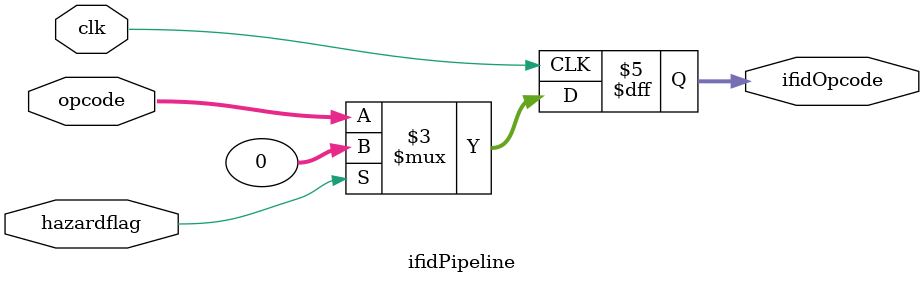
<source format=sv>
`timescale 1ns / 1ps
module ifidPipeline(ifidOpcode,hazardflag,opcode,clk);
input [31:0] opcode;
input clk;
input hazardflag;

output reg[31:0] ifidOpcode;

always @(posedge clk)
begin
if(hazardflag) //flush the contents in case of hazard detection
ifidOpcode=32'b0;

else begin 
$write("\n");
$display("Time=%d IFIDpipeline Opcode=%b",$time,opcode);
ifidOpcode=opcode;
end

end
endmodule
</source>
